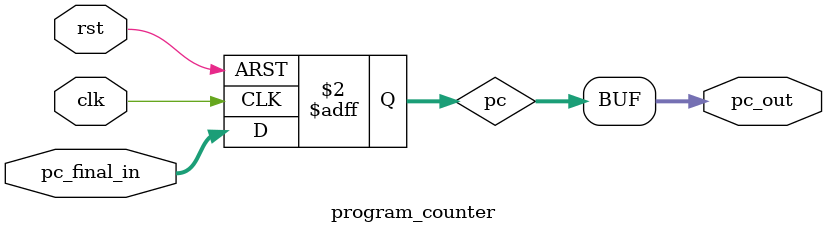
<source format=v>
`timescale 1ns / 1ps
/*
	The program counter is updated at every clock cycle, the same is handled by the 
	clock cycle.
	The value incoming is determined by the branching logic in place
*/
module program_counter(
	input [31:0] pc_final_in,
	input				clk,
						rst,
	output [31:0] pc_out
    );

	reg [31:0] pc;
	assign pc_out = pc;

	always @(posedge clk or posedge rst) begin
		if (rst) pc <= 0;
		else pc <= pc_final_in;
	end

endmodule

</source>
